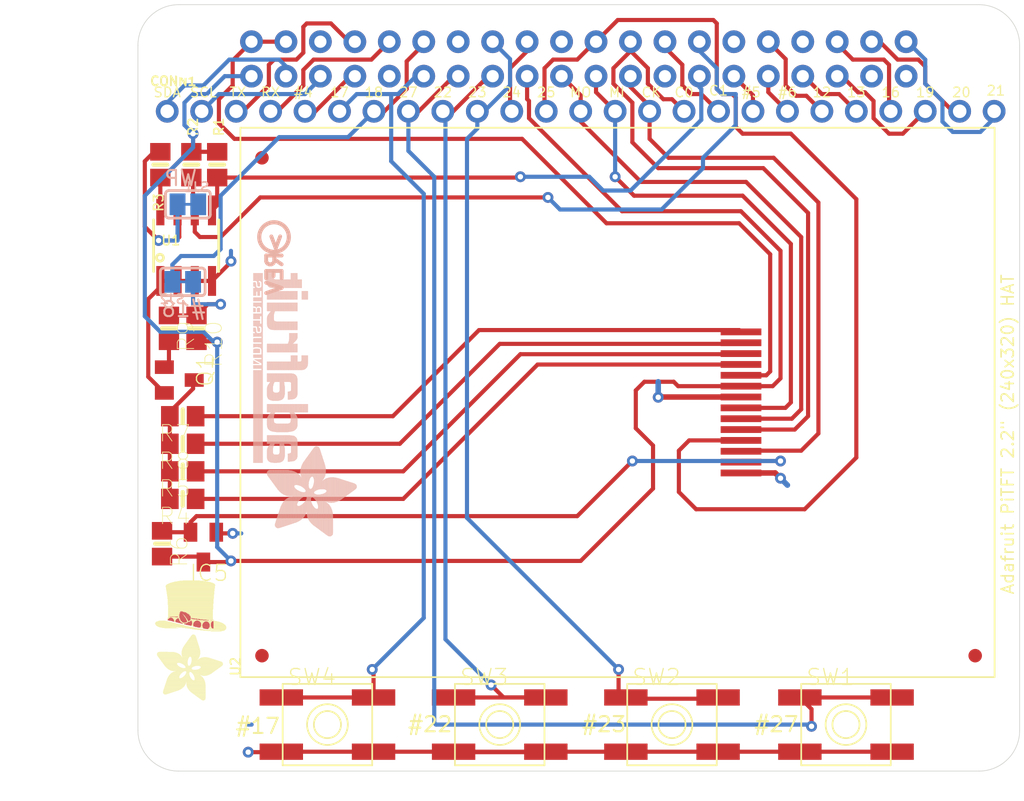
<source format=kicad_pcb>
(kicad_pcb (version 20211014) (generator pcbnew)
  (layers (0 "F.Cu" signal) (31 "B.Cu" signal) (34 "B.Paste" user) (35 "F.Paste" user) (36 "B.SilkS" user "B.Silkscreen") (37 "F.SilkS" user "F.Silkscreen") (38 "B.Mask" user) (39 "F.Mask" user) (44 "Edge.Cuts" user))
  (net 0 "")
  (net 1 "5.0V")
  (net 2 "GPIO4")
  (net 3 "GPIO17")
  (net 4 "GPIO27")
  (net 5 "GPIO22")
  (net 6 "SPI_MOSI")
  (net 7 "SPI_MISO")
  (net 8 "SPI_SCLK")
  (net 9 "GPIO5")
  (net 10 "GPIO6")
  (net 11 "GPIO13")
  (net 12 "GPIO19")
  (net 13 "GPIO26")
  (net 14 "3.3V")
  (net 15 "GND")
  (net 16 "GPIO18")
  (net 17 "GPIO24")
  (net 18 "SPI_CE0")
  (net 19 "EECLK")
  (net 20 "GPIO16")
  (net 21 "GPIO20")
  (net 22 "GPIO21")
  (net 23 "GPIO23")
  (net 24 "EEDATA")
  (net 25 "GPIO12")
  (net 26 "N$16")
  (net 27 "TFT_DC")
  (net 28 "TFT_RST")
  (net 29 "N$1")
  (net 30 "N$2")
  (net 31 "N$3")
  (net 32 "N$4")
  (net 33 "N$5")
  (net 34 "N$6")
  (net 35 "N$8")
  (net 36 "SDA")
  (net 37 "SCL")
  (net 38 "TXD")
  (net 39 "RXD")
  (net 40 "SPI_CE1")
  (footprint "boardEagle:PIHATLOGO" (layer "F.Cu") (at 117.2711 122.9666)
    (fp_text reference "U$4" hide)
    (fp_text value "" hide)
  )
  (footprint "boardEagle:0805-NO" (layer "F.Cu") (at 119.9381 88.5496 90)
    (fp_text reference "R2")
    (fp_text value "3.9K")
  )
  (footprint "boardEagle:0805-NO" (layer "F.Cu") (at 119.3031 109.1236 180)
    (fp_text reference "R8")
    (fp_text value "100")
  )
  (footprint "boardEagle:EVQ-Q2" (layer "F.Cu") (at 142.6711 129.8246)
    (fp_text reference "SW3")
    (fp_text value "SPST_TACT-EVQQ2")
  )
  (footprint "boardEagle:1X25_ROUND_70MIL" (layer "F.Cu") (at 148.6401 84.6126)
    (fp_text reference "CONN1")
    (fp_text value "HEADER-1X25")
  )
  (footprint "boardEagle:EVQ-Q2" (layer "F.Cu") (at 155.3711 129.8246)
    (fp_text reference "SW2")
    (fp_text value "SPST_TACT-EVQQ2")
  )
  (footprint "boardEagle:0805-NO" (layer "F.Cu") (at 117.7791 116.4896 -90)
    (fp_text reference "R6")
    (fp_text value "10K")
  )
  (footprint "boardEagle:SOT23" (layer "F.Cu") (at 120.8271 116.7436 180)
    (fp_text reference "IC5")
    (fp_text value "AXP803")
  )
  (footprint "boardEagle:SOT23-BEC" (layer "F.Cu") (at 119.0491 104.4246 -90)
    (fp_text reference "Q1")
    (fp_text value "MMBT2222")
  )
  (footprint "boardEagle:FIDUCIAL_1MM" (layer "F.Cu") (at 177.7231 124.7446)
    (fp_text reference "FID3" hide)
    (fp_text value "FIDUCIAL\"\"" hide)
  )
  (footprint "boardEagle:0805-NO" (layer "F.Cu") (at 119.3031 113.1876 180)
    (fp_text reference "R4")
    (fp_text value "100")
  )
  (footprint "boardEagle:0805-NO" (layer "F.Cu") (at 121.8431 88.5496 90)
    (fp_text reference "R1")
    (fp_text value "3.9K")
  )
  (footprint "boardEagle:0805-NO" (layer "F.Cu") (at 120.3191 100.6146 -90)
    (fp_text reference "R10")
    (fp_text value "1K")
  )
  (footprint "boardEagle:TM022HDH26_2.2IN_LCD" (layer "F.Cu") (at 149.2751 106.0756 90)
    (fp_text reference "U2")
    (fp_text value "2.2TFT")
  )
  (footprint "boardEagle:0805-NO" (layer "F.Cu") (at 119.3031 107.0916 180)
    (fp_text reference "R7")
    (fp_text value "100")
  )
  (footprint "boardEagle:ADAFRUIT_5MM" (layer "F.Cu") (at 117.3981 128.0466)
    (fp_text reference "U$1" hide)
    (fp_text value "" hide)
  )
  (footprint "boardEagle:0805-NO" (layer "F.Cu") (at 117.6521 88.5496 -90)
    (fp_text reference "R3")
    (fp_text value "3.9K")
  )
  (footprint "boardEagle:SOIC8_150MIL" (layer "F.Cu") (at 119.5571 94.5186)
    (fp_text reference "U1")
    (fp_text value "CAT24C32")
  )
  (footprint "boardEagle:EVQ-Q2" (layer "F.Cu") (at 129.9711 129.8246)
    (fp_text reference "SW4")
    (fp_text value "SPST_TACT-EVQQ2")
  )
  (footprint "boardEagle:FIDUCIAL_1MM" (layer "F.Cu") (at 125.1451 124.7446)
    (fp_text reference "FID1" hide)
    (fp_text value "FIDUCIAL\"\"" hide)
  )
  (footprint "boardEagle:PI_HAT_NOSLOTS" (layer "F.Cu") (at 116.0011 133.2536)
    (fp_text reference "RPI1" hide)
    (fp_text value "RASPBERRYPI_BPLUS_HATNOSLOTS" hide)
    (fp_line (start 3 0) (end 62 0) (layer "Edge.Cuts") (width 0.05))
    (fp_line (start 65 -3) (end 65 -53.5) (layer "Edge.Cuts") (width 0.05))
    (fp_line (start 62 -56.5) (end 3 -56.5) (layer "Edge.Cuts") (width 0.05))
    (fp_line (start 0 -53.5) (end 0 -3) (layer "Edge.Cuts") (width 0.05))
    (fp_arc (start 3 0) (mid 0.87868 -0.87868) (end 0 -3) (layer "Edge.Cuts") (width 0.05))
    (fp_arc (start 62 -56.5) (mid 64.12132 -55.62132) (end 65 -53.5) (layer "Edge.Cuts") (width 0.05))
    (fp_arc (start 0 -53.5) (mid 0.87868 -55.62132) (end 3 -56.5) (layer "Edge.Cuts") (width 0.05))
    (fp_arc (start 65 -3) (mid 64.12132 -0.87868) (end 62 0) (layer "Edge.Cuts") (width 0.05))
  )
  (footprint "boardEagle:0805-NO" (layer "F.Cu") (at 119.3031 111.1556 180)
    (fp_text reference "R5")
    (fp_text value "100")
  )
  (footprint "boardEagle:FIDUCIAL_1MM" (layer "F.Cu") (at 125.1451 88.0416)
    (fp_text reference "FID2" hide)
    (fp_text value "FIDUCIAL\"\"" hide)
  )
  (footprint "boardEagle:0805-NO" (layer "F.Cu") (at 118.2871 100.6146 -90)
    (fp_text reference "R9")
    (fp_text value "1K")
  )
  (footprint "boardEagle:EVQ-Q2" (layer "F.Cu") (at 168.1981 129.8246)
    (fp_text reference "SW1")
    (fp_text value "SPST_TACT-EVQQ2")
  )
  (footprint "boardEagle:SOLDERJUMPER_CLOSEDWIRE" (layer "B.Cu") (at 119.6841 91.4706 180)
    (fp_text reference "SJ1")
    (fp_text value "WP")
  )
  (footprint "boardEagle:SOLDERJUMPER_CLOSEDWIRE" (layer "B.Cu") (at 119.3031 97.1856)
    (fp_text reference "SJ2")
    (fp_text value "BACKLITE")
  )
  (footprint "boardEagle:PCBFEAT-REV-056" (layer "B.Cu") (at 126.0341 93.8836 -90)
    (fp_text reference "U$12" hide)
    (fp_text value "" hide)
  )
  (footprint "boardEagle:ADAFRUIT_TEXT_20MM" (layer "B.Cu") (at 124.5101 116.1086 90)
    (fp_text reference "U$3" hide)
    (fp_text value "" hide)
  )
  (gr_text "#18" (at 121.0811 99.8526) (layer "B.SilkS") (effects (font (size 1.1176 1.1176) (thickness 0.1524)) (justify left bottom mirror)))
  (gr_text "WP" (at 120.4461 90.2006) (layer "B.SilkS") (effects (font (size 1.1176 1.1176) (thickness 0.1524)) (justify left bottom mirror)))
  (gr_text "MI" (at 151.3071 83.2156) (layer "F.SilkS") (effects (font (size 0.715264 0.715264) (thickness 0.097536))))
  (gr_text "RX" (at 125.7801 83.2156) (layer "F.SilkS") (effects (font (size 0.715264 0.715264) (thickness 0.097536))))
  (gr_text "TX" (at 123.3671 83.2156) (layer "F.SilkS") (effects (font (size 0.715264 0.715264) (thickness 0.097536))))
  (gr_text "21" (at 179.2471 83.0886) (layer "F.SilkS") (effects (font (size 0.715264 0.715264) (thickness 0.097536))))
  (gr_text "24" (at 143.5601 83.2156) (layer "F.SilkS") (effects (font (size 0.715264 0.715264) (thickness 0.097536))))
  (gr_text "CK" (at 153.8471 83.2156) (layer "F.SilkS") (effects (font (size 0.715264 0.715264) (thickness 0.097536))))
  (gr_text "#23" (at 148.6401 130.4596) (layer "F.SilkS") (effects (font (size 1.1176 1.1176) (thickness 0.1524)) (justify left bottom)))
  (gr_text "19" (at 174.0401 83.2156) (layer "F.SilkS") (effects (font (size 0.715264 0.715264) (thickness 0.097536))))
  (gr_text "12" (at 166.4201 83.2156) (layer "F.SilkS") (effects (font (size 0.715264 0.715264) (thickness 0.097536))))
  (gr_text "17" (at 130.8601 83.2156) (layer "F.SilkS") (effects (font (size 0.715264 0.715264) (thickness 0.097536))))
  (gr_text "C0" (at 156.2601 83.2156) (layer "F.SilkS") (effects (font (size 0.715264 0.715264) (thickness 0.097536))))
  (gr_text "22" (at 138.4801 83.2156) (layer "F.SilkS") (effects (font (size 0.715264 0.715264) (thickness 0.097536))))
  (gr_text "#4" (at 128.1931 83.2156) (layer "F.SilkS") (effects (font (size 0.715264 0.715264) (thickness 0.097536))))
  (gr_text "#17" (at 123.1131 130.5866) (layer "F.SilkS") (effects (font (size 1.1176 1.1176) (thickness 0.1524)) (justify left bottom)))
  (gr_text "27" (at 135.9401 83.2156) (layer "F.SilkS") (effects (font (size 0.715264 0.715264) (thickness 0.097536))))
  (gr_text "16" (at 171.5001 83.2156) (layer "F.SilkS") (effects (font (size 0.715264 0.715264) (thickness 0.097536))))
  (gr_text "20" (at 176.7071 83.2156) (layer "F.SilkS") (effects (font (size 0.715264 0.715264) (thickness 0.097536))))
  (gr_text "C1" (at 158.8001 83.0886) (layer "F.SilkS") (effects (font (size 0.715264 0.715264) (thickness 0.097536))))
  (gr_text "MO" (at 148.6401 83.2156) (layer "F.SilkS") (effects (font (size 0.715264 0.715264) (thickness 0.097536))))
  (gr_text "#22" (at 135.8131 130.4596) (layer "F.SilkS") (effects (font (size 1.1176 1.1176) (thickness 0.1524)) (justify left bottom)))
  (gr_text "SCL" (at 120.8271 83.2156) (layer "F.SilkS") (effects (font (size 0.715264 0.715264) (thickness 0.097536))))
  (gr_text "23" (at 141.0201 83.2156) (layer "F.SilkS") (effects (font (size 0.715264 0.715264) (thickness 0.097536))))
  (gr_text "25" (at 146.1001 83.2156) (layer "F.SilkS") (effects (font (size 0.715264 0.715264) (thickness 0.097536))))
  (gr_text "13" (at 168.9601 83.2156) (layer "F.SilkS") (effects (font (size 0.715264 0.715264) (thickness 0.097536))))
  (gr_text "#27" (at 161.3401 130.4596) (layer "F.SilkS") (effects (font (size 1.1176 1.1176) (thickness 0.1524)) (justify left bottom)))
  (gr_text "#5" (at 161.2131 83.2156) (layer "F.SilkS") (effects (font (size 0.715264 0.715264) (thickness 0.097536))))
  (gr_text "#6" (at 163.8801 83.2156) (layer "F.SilkS") (effects (font (size 0.715264 0.715264) (thickness 0.097536))))
  (gr_text "18" (at 133.4001 83.2156) (layer "F.SilkS") (effects (font (size 0.715264 0.715264) (thickness 0.097536))))
  (gr_text "SDA" (at 118.1601 83.2156) (layer "F.SilkS") (effects (font (size 0.715264 0.715264) (thickness 0.097536))))
  (gr_text "Adafruit PiTFT 2.2\" (240x320) HAT" (at 180.6441 120.2996 90) (layer "F.SilkS") (effects (font (size 0.89408 0.89408) (thickness 0.12192)) (justify left bottom)))
  (segment (start 124.3711 79.4836) (end 122.9861 80.8686) (width 0.3048) (layer "F.Cu") (net 1))
  (segment (start 123.1131 86.6446) (end 144.3221 86.6446) (width 0.3048) (layer "F.Cu") (net 1))
  (segment (start 144.3221 86.6446) (end 150.5451 92.8676) (width 0.3048) (layer "F.Cu") (net 1))
  (segment (start 122.9861 80.8686) (end 122.9861 82.7076) (width 0.3048) (layer "F.Cu") (net 1))
  (segment (start 126.9111 79.4836) (end 124.3711 79.4836) (width 0.3048) (layer "F.Cu") (net 1))
  (segment (start 121.9701 85.5016) (end 123.1131 86.6446) (width 0.3048) (layer "F.Cu") (net 1))
  (segment (start 160.4591 104.0756) (end 162.3241 104.0756) (width 0.3048) (layer "F.Cu") (net 1))
  (segment (start 160.3241 92.8676) (end 150.5451 92.8676) (width 0.3048) (layer "F.Cu") (net 1))
  (segment (start 122.9861 82.7076) (end 121.9701 83.7236) (width 0.3048) (layer "F.Cu") (net 1))
  (segment (start 162.3241 104.0756) (end 162.6101 103.7896) (width 0.3048) (layer "F.Cu") (net 1))
  (segment (start 162.6101 103.7896) (end 162.6101 95.1536) (width 0.3048) (layer "F.Cu") (net 1))
  (segment (start 162.6101 95.1536) (end 160.3241 92.8676) (width 0.3048) (layer "F.Cu") (net 1))
  (segment (start 121.9701 83.7236) (end 121.9701 85.5016) (width 0.3048) (layer "F.Cu") (net 1))
  (segment (start 128.3201 84.6126) (end 129.0821 84.6126) (width 0.3048) (layer "F.Cu") (net 2))
  (segment (start 129.0821 84.6126) (end 131.6711 82.0236) (width 0.3048) (layer "F.Cu") (net 2))
  (segment (start 131.6711 82.0236) (end 131.9911 82.0236) (width 0.3048) (layer "F.Cu") (net 2))
  (segment (start 133.3711 127.8246) (end 133.3711 125.8586) (width 0.3048) (layer "F.Cu") (net 3))
  (segment (start 126.5711 127.8246) (end 133.3711 127.8246) (width 0.3048) (layer "F.Cu") (net 3))
  (segment (start 133.3711 125.8586) (end 133.2731 125.7606) (width 0.3048) (layer "F.Cu") (net 3))
  (via (at 133.2731 125.7606) (size 0.8001) (drill 0.3937) (layers "F.Cu" "B.Cu") (net 3))
  (segment (start 135.1781 83.3426) (end 136.4971 82.0236) (width 0.3048) (layer "B.Cu") (net 3))
  (segment (start 134.6701 88.2956) (end 134.6701 83.3426) (width 0.3048) (layer "B.Cu") (net 3))
  (segment (start 132.1301 83.3426) (end 134.6701 83.3426) (width 0.3048) (layer "B.Cu") (net 3))
  (segment (start 133.2731 125.7606) (end 137.0711 121.9626) (width 0.3048) (layer "B.Cu") (net 3))
  (segment (start 137.0711 121.9626) (end 137.0711 90.6966) (width 0.3048) (layer "B.Cu") (net 3))
  (segment (start 136.4971 82.0236) (end 137.0711 82.0236) (width 0.3048) (layer "B.Cu") (net 3))
  (segment (start 134.6701 83.3426) (end 135.1781 83.3426) (width 0.3048) (layer "B.Cu") (net 3))
  (segment (start 130.8601 84.6126) (end 132.1301 83.3426) (width 0.3048) (layer "B.Cu") (net 3))
  (segment (start 137.0711 90.6966) (end 134.6701 88.2956) (width 0.3048) (layer "B.Cu") (net 3))
  (segment (start 136.7021 84.6126) (end 138.8611 82.4536) (width 0.3048) (layer "F.Cu") (net 4))
  (segment (start 165.6581 128.6846) (end 165.6581 129.9516) (width 0.3048) (layer "F.Cu") (net 4))
  (segment (start 138.8611 82.4536) (end 139.1811 82.4536) (width 0.3048) (layer "F.Cu") (net 4))
  (segment (start 164.7981 127.8246) (end 165.6581 128.6846) (width 0.3048) (layer "F.Cu") (net 4))
  (segment (start 171.5981 127.8246) (end 164.7981 127.8246) (width 0.3048) (layer "F.Cu") (net 4))
  (segment (start 139.1811 82.4536) (end 139.6111 82.0236) (width 0.3048) (layer "F.Cu") (net 4))
  (segment (start 135.9401 84.6126) (end 136.7021 84.6126) (width 0.3048) (layer "F.Cu") (net 4))
  (via (at 165.6581 129.9516) (size 0.8001) (drill 0.3937) (layers "F.Cu" "B.Cu") (net 4))
  (segment (start 135.9401 87.5336) (end 135.9401 84.6126) (width 0.3048) (layer "B.Cu") (net 4))
  (segment (start 165.5311 129.8246) (end 137.9721 129.8246) (width 0.3048) (layer "B.Cu") (net 4))
  (segment (start 137.8451 129.6976) (end 137.8451 89.4386) (width 0.3048) (layer "B.Cu") (net 4))
  (segment (start 137.8451 89.4386) (end 135.9401 87.5336) (width 0.3048) (layer "B.Cu") (net 4))
  (segment (start 165.6581 129.9516) (end 165.5311 129.8246) (width 0.3048) (layer "B.Cu") (net 4))
  (segment (start 137.9721 129.8246) (end 137.8451 129.6976) (width 0.3048) (layer "B.Cu") (net 4))
  (segment (start 139.2421 84.6126) (end 141.4011 82.4536) (width 0.3048) (layer "F.Cu") (net 5))
  (segment (start 138.4801 84.6126) (end 139.2421 84.6126) (width 0.3048) (layer "F.Cu") (net 5))
  (segment (start 141.4011 82.4536) (end 141.7211 82.4536) (width 0.3048) (layer "F.Cu") (net 5))
  (segment (start 146.0711 127.8246) (end 142.9571 127.8246) (width 0.3048) (layer "F.Cu") (net 5))
  (segment (start 142.9571 127.8246) (end 142.0361 126.9036) (width 0.3048) (layer "F.Cu") (net 5))
  (segment (start 139.2711 127.8246) (end 146.0711 127.8246) (width 0.3048) (layer "F.Cu") (net 5))
  (segment (start 141.7211 82.4536) (end 142.1511 82.0236) (width 0.3048) (layer "F.Cu") (net 5))
  (via (at 142.0361 126.9036) (size 0.8001) (drill 0.3937) (layers "F.Cu" "B.Cu") (net 5))
  (segment (start 142.0361 126.9036) (end 138.6706 123.5381) (width 0.3048) (layer "B.Cu") (net 5))
  (segment (start 138.6706 84.6126) (end 138.4801 84.6126) (width 0.3048) (layer "B.Cu") (net 5))
  (segment (start 138.6706 123.5381) (end 138.6706 84.6126) (width 0.3048) (layer "B.Cu") (net 5))
  (segment (start 164.2041 107.2756) (end 164.8961 106.5836) (width 0.3048) (layer "F.Cu") (net 6))
  (segment (start 164.8961 106.5836) (end 164.8961 93.8836) (width 0.3048) (layer "F.Cu") (net 6))
  (segment (start 153.0851 89.8196) (end 148.6401 85.3746) (width 0.3048) (layer "F.Cu") (net 6))
  (segment (start 148.6401 83.4326) (end 148.6401 84.6126) (width 0.3048) (layer "F.Cu") (net 6))
  (segment (start 148.6401 85.3746) (end 148.6401 84.6126) (width 0.3048) (layer "F.Cu") (net 6))
  (segment (start 160.8321 89.8196) (end 153.0851 89.8196) (width 0.3048) (layer "F.Cu") (net 6))
  (segment (start 164.8961 93.8836) (end 160.8321 89.8196) (width 0.3048) (layer "F.Cu") (net 6))
  (segment (start 147.2311 82.0236) (end 148.6401 83.4326) (width 0.3048) (layer "F.Cu") (net 6))
  (segment (start 160.4591 107.2756) (end 164.2041 107.2756) (width 0.3048) (layer "F.Cu") (net 6))
  (segment (start 160.5781 90.8356) (end 152.5771 90.8356) (width 0.3048) (layer "F.Cu") (net 7))
  (segment (start 160.4591 106.4756) (end 163.7341 106.4756) (width 0.3048) (layer "F.Cu") (net 7))
  (segment (start 149.7711 82.0236) (end 149.7711 83.2036) (width 0.3048) (layer "F.Cu") (net 7))
  (segment (start 149.7711 83.2036) (end 151.1801 84.6126) (width 0.3048) (layer "F.Cu") (net 7))
  (segment (start 163.7341 106.4756) (end 164.1341 106.0756) (width 0.3048) (layer "F.Cu") (net 7))
  (segment (start 152.5771 90.8356) (end 151.1801 89.4386) (width 0.3048) (layer "F.Cu") (net 7))
  (segment (start 164.1341 106.0756) (end 164.1341 94.3916) (width 0.3048) (layer "F.Cu") (net 7))
  (segment (start 164.1341 94.3916) (end 160.5781 90.8356) (width 0.3048) (layer "F.Cu") (net 7))
  (via (at 151.1801 89.4386) (size 0.8001) (drill 0.3937) (layers "F.Cu" "B.Cu") (net 7))
  (segment (start 151.1801 89.4386) (end 151.1801 84.6126) (width 0.3048) (layer "B.Cu") (net 7))
  (segment (start 152.3111 82.0236) (end 152.3111 82.8226) (width 0.3048) (layer "F.Cu") (net 8))
  (segment (start 166.1661 108.3616) (end 164.8961 109.6316) (width 0.3048) (layer "F.Cu") (net 8))
  (segment (start 162.8641 88.0416) (end 155.1171 88.0416) (width 0.3048) (layer "F.Cu") (net 8))
  (segment (start 153.7201 86.6446) (end 153.7201 84.6126) (width 0.3048) (layer "F.Cu") (net 8))
  (segment (start 155.1171 88.0416) (end 153.7201 86.6446) (width 0.3048) (layer "F.Cu") (net 8))
  (segment (start 153.7201 84.2316) (end 153.7201 84.6126) (width 0.3048) (layer "F.Cu") (net 8))
  (segment (start 164.8961 109.6316) (end 160.5031 109.6316) (width 0.3048) (layer "F.Cu") (net 8))
  (segment (start 166.1661 108.3616) (end 166.1661 91.3436) (width 0.3048) (layer "F.Cu") (net 8))
  (segment (start 160.5031 109.6316) (end 160.4591 109.6756) (width 0.3048) (layer "F.Cu") (net 8))
  (segment (start 152.3111 82.8226) (end 153.7201 84.2316) (width 0.3048) (layer "F.Cu") (net 8))
  (segment (start 166.1661 91.3436) (end 162.8641 88.0416) (width 0.3048) (layer "F.Cu") (net 8))
  (segment (start 161.3401 84.6126) (end 161.3401 83.4326) (width 0.3048) (layer "F.Cu") (net 9))
  (segment (start 161.3401 83.4326) (end 159.9311 82.0236) (width 0.3048) (layer "F.Cu") (net 9))
  (segment (start 162.4711 83.2036) (end 163.8801 84.6126) (width 0.3048) (layer "F.Cu") (net 10))
  (segment (start 162.4711 82.0236) (end 162.4711 83.2036) (width 0.3048) (layer "F.Cu") (net 10))
  (segment (start 168.9601 84.6126) (end 167.6901 83.3426) (width 0.3048) (layer "F.Cu") (net 11))
  (segment (start 166.4201 83.3426) (end 165.1011 82.0236) (width 0.3048) (layer "F.Cu") (net 11))
  (segment (start 165.1011 82.0236) (end 165.0111 82.0236) (width 0.3048) (layer "F.Cu") (net 11))
  (segment (start 167.6901 83.3426) (end 166.4201 83.3426) (width 0.3048) (layer "F.Cu") (net 11))
  (segment (start 174.0401 84.6126) (end 172.3891 86.2636) (width 0.3048) (layer "F.Cu") (net 12))
  (segment (start 170.2301 83.8506) (end 169.5951 83.2156) (width 0.3048) (layer "F.Cu") (net 12))
  (segment (start 169.5951 83.2156) (end 169.0871 83.2156) (width 0.3048) (layer "F.Cu") (net 12))
  (segment (start 167.8951 82.0236) (end 167.5511 82.0236) (width 0.3048) (layer "F.Cu") (net 12))
  (segment (start 170.2301 85.1206) (end 170.2301 83.8506) (width 0.3048) (layer "F.Cu") (net 12))
  (segment (start 171.3731 86.2636) (end 170.2301 85.1206) (width 0.3048) (layer "F.Cu") (net 12))
  (segment (start 172.3891 86.2636) (end 171.3731 86.2636) (width 0.3048) (layer "F.Cu") (net 12))
  (segment (start 169.0871 83.2156) (end 167.8951 82.0236) (width 0.3048) (layer "F.Cu") (net 12))
  (segment (start 119.8771 88.0416) (end 119.8771 87.5996) (width 0.3048) (layer "F.Cu") (net 14))
  (segment (start 155.4981 104.5516) (end 153.3391 104.5516) (width 0.3048) (layer "F.Cu") (net 14))
  (segment (start 155.8221 104.8756) (end 155.4981 104.5516) (width 0.3048) (layer "F.Cu") (net 14))
  (segment (start 122.7751 117.8436) (end 122.8591 117.7596) (width 0.3048) (layer "F.Cu") (net 14))
  (segment (start 160.4591 104.8756) (end 162.7941 104.8756) (width 0.3048) (layer "F.Cu") (net 14))
  (segment (start 144.8301 83.8506) (end 144.6911 83.7116) (width 0.3048) (layer "F.Cu") (net 14))
  (segment (start 153.9741 112.4256) (end 148.6401 117.7596) (width 0.3048) (layer "F.Cu") (net 14))
  (segment (start 148.6401 117.7596) (end 122.8591 117.7596) (width 0.3048) (layer "F.Cu") (net 14))
  (segment (start 119.3031 88.0416) (end 119.8771 88.0416) (width 0.3048) (layer "F.Cu") (net 14))
  (segment (start 144.8301 85.1206) (end 144.8301 83.8506) (width 0.3048) (layer "F.Cu") (net 14))
  (segment (start 120.4231 117.4396) (end 117.7791 117.4396) (width 0.3048) (layer "F.Cu") (net 14))
  (segment (start 162.7941 104.8756) (end 163.3721 104.2976) (width 0.3048) (layer "F.Cu") (net 14))
  (segment (start 120.0651 86.2636) (end 120.0651 87.2796) (width 0.3048) (layer "F.Cu") (net 14))
  (segment (start 121.8431 101.6306) (end 121.7771 101.5646) (width 0.3048) (layer "F.Cu") (net 14))
  (segment (start 119.9381 87.5996) (end 121.8431 87.5996) (width 0.3048) (layer "F.Cu") (net 14))
  (segment (start 163.3721 104.2976) (end 163.3721 94.8996) (width 0.3048) (layer "F.Cu") (net 14))
  (segment (start 163.3721 94.8996) (end 160.4511 91.9786) (width 0.3048) (layer "F.Cu") (net 14))
  (segment (start 153.3391 104.5516) (end 152.7041 105.1866) (width 0.3048) (layer "F.Cu") (net 14))
  (segment (start 117.6521 91.9186) (end 117.6521 89.4996) (width 0.3048) (layer "F.Cu") (net 14))
  (segment (start 120.8271 117.8436) (end 122.7751 117.8436) (width 0.3048) (layer "F.Cu") (net 14))
  (segment (start 117.6521 89.4996) (end 117.8451 89.4996) (width 0.3048) (layer "F.Cu") (net 14))
  (segment (start 160.4591 104.8756) (end 155.8221 104.8756) (width 0.3048) (layer "F.Cu") (net 14))
  (segment (start 152.7041 107.9806) (end 153.9741 109.2506) (width 0.3048) (layer "F.Cu") (net 14))
  (segment (start 117.8451 89.4996) (end 119.3031 88.0416) (width 0.3048) (layer "F.Cu") (net 14))
  (segment (start 120.0651 87.2796) (end 119.9381 87.4066) (width 0.3048) (layer "F.Cu") (net 14))
  (segment (start 153.9741 109.2506) (end 153.9741 112.4256) (width 0.3048) (layer "F.Cu") (net 14))
  (segment (start 120.8271 117.8436) (end 120.4231 117.4396) (width 0.3048) (layer "F.Cu") (net 14))
  (segment (start 144.6911 83.7116) (end 144.6911 82.0236) (width 0.3048) (layer "F.Cu") (net 14))
  (segment (start 152.7041 105.1866) (end 152.7041 107.9806) (width 0.3048) (layer "F.Cu") (net 14))
  (segment (start 119.8771 87.5996) (end 119.9381 87.5996) (width 0.3048) (layer "F.Cu") (net 14))
  (segment (start 160.4511 91.9786) (end 151.6881 91.9786) (width 0.3048) (layer "F.Cu") (net 14))
  (segment (start 121.7771 101.5646) (end 120.3191 101.5646) (width 0.3048) (layer "F.Cu") (net 14))
  (segment (start 119.9381 87.4066) (end 119.9381 87.5996) (width 0.3048) (layer "F.Cu") (net 14))
  (segment (start 151.6881 91.9786) (end 144.8301 85.1206) (width 0.3048) (layer "F.Cu") (net 14))
  (via (at 121.8431 101.6306) (size 0.8001) (drill 0.3937) (layers "F.Cu" "B.Cu") (net 14))
  (via (at 122.8591 117.7596) (size 0.8001) (drill 0.3937) (layers "F.Cu" "B.Cu") (net 14))
  (via (at 120.0651 86.2636) (size 0.8001) (drill 0.3937) (layers "F.Cu" "B.Cu") (net 14))
  (segment (start 116.5091 90.8356) (end 120.0651 87.2796) (width 0.3048) (layer "B.Cu") (net 14))
  (segment (start 116.5091 99.7256) (end 116.5091 90.8356) (width 0.3048) (layer "B.Cu") (net 14))
  (segment (start 119.4301 83.9776) (end 119.4301 85.6286) (width 0.3048) (layer "B.Cu") (net 14))
  (segment (start 121.8431 116.7436) (end 121.8431 101.8846) (width 0.3048) (layer "B.Cu") (net 14))
  (segment (start 117.6521 100.8686) (end 116.5091 99.7256) (width 0.3048) (layer "B.Cu") (net 14))
  (segment (start 122.4001 82.0236) (end 124.3711 82.0236) (width 0.3048) (layer "B.Cu") (net 14))
  (segment (start 120.0651 83.3426) (end 121.0811 83.3426) (width 0.3048) (layer "B.Cu") (net 14))
  (segment (start 119.4301 83.9776) (end 120.0651 83.3426) (width 0.3048) (layer "B.Cu") (net 14))
  (segment (start 120.0651 87.2796) (end 120.0651 86.2636) (width 0.3048) (layer "B.Cu") (net 14))
  (segment (start 121.0811 83.3426) (end 122.4001 82.0236) (width 0.3048) (layer "B.Cu") (net 14))
  (segment (start 120.8271 100.8686) (end 117.6521 100.8686) (width 0.3048) (layer "B.Cu") (net 14))
  (segment (start 122.8591 117.7596) (end 121.8431 116.7436) (width 0.3048) (layer "B.Cu") (net 14))
  (segment (start 119.4301 85.6286) (end 120.0651 86.2636) (width 0.3048) (layer "B.Cu") (net 14))
  (segment (start 121.8431 101.8846) (end 121.8431 101.6306) (width 0.3048) (layer "B.Cu") (net 14))
  (segment (start 121.8431 101.8846) (end 120.8271 100.8686) (width 0.3048) (layer "B.Cu") (net 14))
  (segment (start 164.7981 131.8246) (end 171.5981 131.8246) (width 0.3048) (layer "F.Cu") (net 15))
  (segment (start 133.3711 131.8246) (end 139.2711 131.8246) (width 0.3048) (layer "F.Cu") (net 15))
  (segment (start 146.7351 131.8566) (end 146.7671 131.8246) (width 0.3048) (layer "F.Cu") (net 15))
  (segment (start 160.4591 111.2756) (end 162.9841 111.2756) (width 0.4064) (layer "F.Cu") (net 15))
  (segment (start 117.6521 97.1186) (end 118.9221 97.1186) (width 0.3048) (layer "F.Cu") (net 15))
  (segment (start 116.7631 104.1886) (end 116.7631 98.4556) (width 0.3048) (layer "F.Cu") (net 15))
  (segment (start 120.1921 97.1186) (end 121.4621 97.1186) (width 0.3048) (layer "F.Cu") (net 15))
  (segment (start 139.3031 131.8566) (end 146.7351 131.8566) (width 0.3048) (layer "F.Cu") (net 15))
  (segment (start 121.4621 97.1186) (end 122.8591 95.7216) (width 0.3048) (layer "F.Cu") (net 15))
  (segment (start 146.7671 131.8246) (end 151.9711 131.8246) (width 0.3048) (layer "F.Cu") (net 15))
  (segment (start 121.8611 115.7276) (end 122.9861 115.7276) (width 0.3048) (layer "F.Cu") (net 15))
  (segment (start 116.7631 98.4556) (end 117.6521 97.5666) (width 0.3048) (layer "F.Cu") (net 15))
  (segment (start 117.6521 97.5666) (end 117.6521 97.1186) (width 0.3048) (layer "F.Cu") (net 15))
  (segment (start 162.9841 111.2756) (end 163.3721 111.6636) (width 0.4064) (layer "F.Cu") (net 15))
  (segment (start 160.4591 105.6756) (end 154.3741 105.6756) (width 0.4064) (layer "F.Cu") (net 15))
  (segment (start 118.9221 97.1186) (end 120.1921 97.1186) (width 0.3048) (layer "F.Cu") (net 15))
  (segment (start 126.5711 131.8246) (end 133.3711 131.8246) (width 0.3048) (layer "F.Cu") (net 15))
  (segment (start 139.2711 131.8246) (end 146.0711 131.8246) (width 0.3048) (layer "F.Cu") (net 15))
  (segment (start 154.3741 105.6756) (end 154.3551 105.6946) (width 0.4064) (layer "F.Cu") (net 15))
  (segment (start 139.2711 131.8246) (end 139.3031 131.8566) (width 0.3048) (layer "F.Cu") (net 15))
  (segment (start 158.7711 131.8246) (end 164.7981 131.8246) (width 0.3048) (layer "F.Cu") (net 15))
  (segment (start 126.5711 131.8246) (end 126.5391 131.8566) (width 0.3048) (layer "F.Cu") (net 15))
  (segment (start 117.9491 105.3746) (end 116.7631 104.1886) (width 0.3048) (layer "F.Cu") (net 15))
  (segment (start 151.9711 131.8246) (end 158.7711 131.8246) (width 0.3048) (layer "F.Cu") (net 15))
  (segment (start 122.8591 95.7216) (end 122.8591 95.6616) (width 0.3048) (layer "F.Cu") (net 15))
  (segment (start 121.7771 115.6436) (end 121.8611 115.7276) (width 0.3048) (layer "F.Cu") (net 15))
  (segment (start 126.5391 131.8566) (end 124.1291 131.8566) (width 0.3048) (layer "F.Cu") (net 15))
  (via (at 163.3721 111.6636) (size 0.8001) (drill 0.3937) (layers "F.Cu" "B.Cu") (net 15))
  (via (at 122.9861 115.7276) (size 0.8001) (drill 0.3937) (layers "F.Cu" "B.Cu") (net 15))
  (via (at 124.1291 131.8566) (size 0.8001) (drill 0.3937) (layers "F.Cu" "B.Cu") (net 15))
  (via (at 122.8591 95.6616) (size 0.8001) (drill 0.3937) (layers "F.Cu" "B.Cu") (net 15))
  (via (at 154.3551 105.6946) (size 0.8001) (drill 0.3937) (layers "F.Cu" "B.Cu") (net 15))
  (segment (start 124.3831 129.8246) (end 124.1291 129.8246) (width 0.3048) (layer "B.Cu") (net 15))
  (segment (start 163.3721 111.6636) (end 163.8801 112.1716) (width 0.4064) (layer "B.Cu") (net 15))
  (segment (start 122.9861 115.7276) (end 123.6211 115.7276) (width 0.3048) (layer "B.Cu") (net 15))
  (segment (start 122.8591 95.6616) (end 122.8591 94.8996) (width 0.3048) (layer "B.Cu") (net 15))
  (segment (start 154.3551 105.6946) (end 154.3551 104.5516) (width 0.4064) (layer "B.Cu") (net 15))
  (segment (start 137.0711 79.6716) (end 137.0711 79.4836) (width 0.3048) (layer "F.Cu") (net 16))
  (segment (start 134.1621 84.6126) (end 135.8131 82.9616) (width 0.3048) (layer "F.Cu") (net 16))
  (segment (start 135.8131 82.9616) (end 135.8131 80.9296) (width 0.3048) (layer "F.Cu") (net 16))
  (segment (start 133.4001 84.6126) (end 134.1621 84.6126) (width 0.3048) (layer "F.Cu") (net 16))
  (segment (start 135.8131 80.9296) (end 137.0711 79.6716) (width 0.3048) (layer "F.Cu") (net 16))
  (segment (start 122.0971 94.7726) (end 122.0971 90.8356) (width 0.3048) (layer "B.Cu") (net 16))
  (segment (start 121.5891 95.2806) (end 119.1761 95.2806) (width 0.3048) (layer "B.Cu") (net 16))
  (segment (start 118.5411 95.9156) (end 118.5411 97.1856) (width 0.3048) (layer "B.Cu") (net 16))
  (segment (start 119.1761 95.2806) (end 118.5411 95.9156) (width 0.3048) (layer "B.Cu") (net 16))
  (segment (start 131.4951 86.5176) (end 133.4001 84.6126) (width 0.3048) (layer "B.Cu") (net 16))
  (segment (start 126.4151 86.5176) (end 131.4951 86.5176) (width 0.3048) (layer "B.Cu") (net 16))
  (segment (start 118.5411 97.1856) (end 118.2871 96.9316) (width 0.3048) (layer "B.Cu") (net 16))
  (segment (start 122.0971 90.8356) (end 126.4151 86.5176) (width 0.3048) (layer "B.Cu") (net 16))
  (segment (start 122.0971 94.7726) (end 121.5891 95.2806) (width 0.3048) (layer "B.Cu") (net 16))
  (segment (start 143.5601 84.6126) (end 143.4331 84.4856) (width 0.3048) (layer "F.Cu") (net 17))
  (segment (start 143.4331 81.4376) (end 144.6911 80.1796) (width 0.3048) (layer "F.Cu") (net 17))
  (segment (start 144.6911 80.1796) (end 144.6911 79.4836) (width 0.3048) (layer "F.Cu") (net 17))
  (segment (start 143.4331 84.4856) (end 143.4331 81.4376) (width 0.3048) (layer "F.Cu") (net 17))
  (segment (start 152.3111 80.1556) (end 153.5931 81.4376) (width 0.3048) (layer "F.Cu") (net 18))
  (segment (start 165.4041 92.1056) (end 162.1021 88.8036) (width 0.3048) (layer "F.Cu") (net 18))
  (segment (start 164.4201 108.0756) (end 165.4041 107.0916) (width 0.3048) (layer "F.Cu") (net 18))
  (segment (start 153.5931 81.4376) (end 153.5931 82.5806) (width 0.3048) (layer "F.Cu") (net 18))
  (segment (start 151.0531 81.4376) (end 152.3111 80.1796) (width 0.3048) (layer "F.Cu") (net 18))
  (segment (start 154.7361 83.7236) (end 155.3711 83.7236) (width 0.3048) (layer "F.Cu") (net 18))
  (segment (start 162.1021 88.8036) (end 154.3551 88.8036) (width 0.3048) (layer "F.Cu") (net 18))
  (segment (start 152.3111 79.4836) (end 152.3111 80.1556) (width 0.3048) (layer "F.Cu") (net 18))
  (segment (start 153.5931 82.5806) (end 154.7361 83.7236) (width 0.3048) (layer "F.Cu") (net 18))
  (segment (start 152.4501 86.8986) (end 152.4501 83.9776) (width 0.3048) (layer "F.Cu") (net 18))
  (segment (start 160.4591 108.0756) (end 164.4201 108.0756) (width 0.3048) (layer "F.Cu") (net 18))
  (segment (start 152.3111 80.1796) (end 152.3111 80.1556) (width 0.3048) (layer "F.Cu") (net 18))
  (segment (start 151.0531 82.5806) (end 151.0531 81.4376) (width 0.3048) (layer "F.Cu") (net 18))
  (segment (start 155.3711 83.7236) (end 156.2601 84.6126) (width 0.3048) (layer "F.Cu") (net 18))
  (segment (start 154.3551 88.8036) (end 152.4501 86.8986) (width 0.3048) (layer "F.Cu") (net 18))
  (segment (start 165.4041 107.0916) (end 165.4041 92.1056) (width 0.3048) (layer "F.Cu") (net 18))
  (segment (start 152.4501 83.9776) (end 151.0531 82.5806) (width 0.3048) (layer "F.Cu") (net 18))
  (segment (start 120.5731 93.8836) (end 122.0971 93.8836) (width 0.3048) (layer "F.Cu") (net 19))
  (segment (start 120.1921 91.9186) (end 120.1921 93.5026) (width 0.3048) (layer "F.Cu") (net 19))
  (segment (start 120.1921 93.5026) (end 120.5731 93.8836) (width 0.3048) (layer "F.Cu") (net 19))
  (segment (start 120.0651 89.5656) (end 119.9381 89.4386) (width 0.3048) (layer "F.Cu") (net 19))
  (segment (start 120.1921 91.9186) (end 120.0651 91.7916) (width 0.3048) (layer "F.Cu") (net 19))
  (segment (start 120.0651 91.7916) (end 120.0651 89.5656) (width 0.3048) (layer "F.Cu") (net 19))
  (segment (start 125.0181 90.9626) (end 146.2271 90.9626) (width 0.3048) (layer "F.Cu") (net 19))
  (segment (start 119.9381 89.4386) (end 119.9381 89.4996) (width 0.3048) (layer "F.Cu") (net 19))
  (segment (start 122.0971 93.8836) (end 125.0181 90.9626) (width 0.3048) (layer "F.Cu") (net 19))
  (via (at 146.2271 90.9626) (size 0.8001) (drill 0.3937) (layers "F.Cu" "B.Cu") (net 19))
  (segment (start 158.6731 82.9616) (end 159.0541 83.3426) (width 0.3048) (layer "B.Cu") (net 19))
  (segment (start 160.0701 85.6286) (end 157.6571 88.0416) (width 0.3048) (layer "B.Cu") (net 19))
  (segment (start 160.0701 83.3426) (end 160.0701 85.6286) (width 0.3048) (layer "B.Cu") (net 19))
  (segment (start 147.1161 91.8516) (end 154.6091 91.8516) (width 0.3048) (layer "B.Cu") (net 19))
  (segment (start 146.2271 90.9626) (end 147.1161 91.8516) (width 0.3048) (layer "B.Cu") (net 19))
  (segment (start 154.6091 91.8516) (end 157.6571 88.8036) (width 0.3048) (layer "B.Cu") (net 19))
  (segment (start 157.3911 80.1556) (end 157.3911 79.4836) (width 0.3048) (layer "B.Cu") (net 19))
  (segment (start 157.6571 88.0416) (end 157.6571 88.8036) (width 0.3048) (layer "B.Cu") (net 19))
  (segment (start 158.6731 82.9616) (end 158.6731 81.4376) (width 0.3048) (layer "B.Cu") (net 19))
  (segment (start 159.0541 83.3426) (end 160.0701 83.3426) (width 0.3048) (layer "B.Cu") (net 19))
  (segment (start 158.6731 81.4376) (end 157.3911 80.1556) (width 0.3048) (layer "B.Cu") (net 19))
  (segment (start 167.5511 79.6476) (end 167.5511 79.4836) (width 0.3048) (layer "F.Cu") (net 20))
  (segment (start 171.3731 81.1836) (end 170.9921 80.8026) (width 0.3048) (layer "F.Cu") (net 20))
  (segment (start 171.5001 84.6126) (end 171.3731 84.4856) (width 0.3048) (layer "F.Cu") (net 20))
  (segment (start 170.9921 80.8026) (end 168.7061 80.8026) (width 0.3048) (layer "F.Cu") (net 20))
  (segment (start 171.3731 84.4856) (end 171.3731 81.1836) (width 0.3048) (layer "F.Cu") (net 20))
  (segment (start 168.7061 80.8026) (end 167.5511 79.6476) (width 0.3048) (layer "F.Cu") (net 20))
  (segment (start 170.0911 79.4836) (end 170.6891 79.4836) (width 0.3048) (layer "F.Cu") (net 21))
  (segment (start 172.0081 80.8026) (end 173.5321 80.8026) (width 0.3048) (layer "F.Cu") (net 21))
  (segment (start 176.0721 84.6126) (end 176.5801 84.6126) (width 0.3048) (layer "F.Cu") (net 21))
  (segment (start 174.0401 81.3106) (end 174.0401 82.5806) (width 0.3048) (layer "F.Cu") (net 21))
  (segment (start 174.0401 82.5806) (end 176.0721 84.6126) (width 0.3048) (layer "F.Cu") (net 21))
  (segment (start 173.5321 80.8026) (end 174.0401 81.3106) (width 0.3048) (layer "F.Cu") (net 21))
  (segment (start 170.6891 79.4836) (end 172.0081 80.8026) (width 0.3048) (layer "F.Cu") (net 21))
  (segment (start 174.0401 80.8026) (end 174.0401 82.5806) (width 0.3048) (layer "B.Cu") (net 22))
  (segment (start 172.7211 79.4836) (end 174.0401 80.8026) (width 0.3048) (layer "B.Cu") (net 22))
  (segment (start 175.3101 83.8506) (end 175.3101 85.3746) (width 0.3048) (layer "B.Cu") (net 22))
  (segment (start 175.3101 85.3746) (end 176.0721 86.1366) (width 0.3048) (layer "B.Cu") (net 22))
  (segment (start 172.6311 79.4836) (end 172.7211 79.4836) (width 0.3048) (layer "B.Cu") (net 22))
  (segment (start 174.0401 82.5806) (end 175.3101 83.8506) (width 0.3048) (layer "B.Cu") (net 22))
  (segment (start 178.1041 86.1366) (end 179.1201 85.1206) (width 0.3048) (layer "B.Cu") (net 22))
  (segment (start 179.1201 85.1206) (end 179.1201 84.6126) (width 0.3048) (layer "B.Cu") (net 22))
  (segment (start 176.0721 86.1366) (end 178.1041 86.1366) (width 0.3048) (layer "B.Cu") (net 22))
  (segment (start 151.4341 127.2876) (end 151.4341 125.7606) (width 0.3048) (layer "F.Cu") (net 23))
  (segment (start 152.3551 127.8246) (end 151.9711 127.8246) (width 0.3048) (layer "F.Cu") (net 23))
  (segment (start 158.7711 127.8246) (end 158.6761 127.9196) (width 0.3048) (layer "F.Cu") (net 23))
  (segment (start 152.4501 127.9196) (end 152.3551 127.8246) (width 0.3048) (layer "F.Cu") (net 23))
  (segment (start 151.9711 127.8246) (end 151.4341 127.2876) (width 0.3048) (layer "F.Cu") (net 23))
  (segment (start 158.6761 127.9196) (end 152.4501 127.9196) (width 0.3048) (layer "F.Cu") (net 23))
  (via (at 151.4341 125.7606) (size 0.8001) (drill 0.3937) (layers "F.Cu" "B.Cu") (net 23))
  (segment (start 141.5281 84.6126) (end 141.0201 84.6126) (width 0.3048) (layer "B.Cu") (net 23))
  (segment (start 143.4331 82.7076) (end 141.5281 84.6126) (width 0.3048) (layer "B.Cu") (net 23))
  (segment (start 143.4331 80.7656) (end 143.4331 82.7076) (width 0.3048) (layer "B.Cu") (net 23))
  (segment (start 140.2581 114.5846) (end 140.2581 86.6446) (width 0.3048) (layer "B.Cu") (net 23))
  (segment (start 141.0201 85.8826) (end 141.0201 84.6126) (width 0.3048) (layer "B.Cu") (net 23))
  (segment (start 142.1511 79.4836) (end 143.4331 80.7656) (width 0.3048) (layer "B.Cu") (net 23))
  (segment (start 151.4341 125.7606) (end 140.2581 114.5846) (width 0.3048) (layer "B.Cu") (net 23))
  (segment (start 140.2581 86.6446) (end 141.0201 85.8826) (width 0.3048) (layer "B.Cu") (net 23))
  (segment (start 144.1951 89.4386) (end 144.2561 89.4996) (width 0.3048) (layer "F.Cu") (net 24))
  (segment (start 144.2561 89.4996) (end 121.8431 89.4996) (width 0.3048) (layer "F.Cu") (net 24))
  (segment (start 121.4621 91.9186) (end 121.8431 91.5376) (width 0.3048) (layer "F.Cu") (net 24))
  (segment (start 121.8431 91.5376) (end 121.8431 89.4996) (width 0.3048) (layer "F.Cu") (net 24))
  (via (at 144.1951 89.4386) (size 0.8001) (drill 0.3937) (layers "F.Cu" "B.Cu") (net 24))
  (segment (start 150.2911 90.4546) (end 149.2751 89.4386) (width 0.3048) (layer "B.Cu") (net 24))
  (segment (start 157.5301 85.2476) (end 152.3231 90.4546) (width 0.3048) (layer "B.Cu") (net 24))
  (segment (start 157.5301 82.9616) (end 157.5301 85.2476) (width 0.3048) (layer "B.Cu") (net 24))
  (segment (start 157.4031 82.8346) (end 157.5301 82.9616) (width 0.3048) (layer "B.Cu") (net 24))
  (segment (start 157.4031 82.0236) (end 157.3911 82.0236) (width 0.3048) (layer "B.Cu") (net 24))
  (segment (start 157.4031 82.8346) (end 157.4031 82.0236) (width 0.3048) (layer "B.Cu") (net 24))
  (segment (start 149.2751 89.4386) (end 144.1951 89.4386) (width 0.3048) (layer "B.Cu") (net 24))
  (segment (start 152.3231 90.4546) (end 150.2911 90.4546) (width 0.3048) (layer "B.Cu") (net 24))
  (segment (start 163.7531 80.7656) (end 163.7531 82.7076) (width 0.3048) (layer "F.Cu") (net 25))
  (segment (start 162.4711 79.4836) (end 163.7531 80.7656) (width 0.3048) (layer "F.Cu") (net 25))
  (segment (start 163.7531 82.7076) (end 164.5151 83.4696) (width 0.3048) (layer "F.Cu") (net 25))
  (segment (start 164.5151 83.4696) (end 165.2771 83.4696) (width 0.3048) (layer "F.Cu") (net 25))
  (segment (start 165.2771 83.4696) (end 166.4201 84.6126) (width 0.3048) (layer "F.Cu") (net 25))
  (segment (start 119.0491 93.8836) (end 119.0491 92.0456) (width 0.3048) (layer "F.Cu") (net 26))
  (segment (start 118.7951 94.1376) (end 119.0491 93.8836) (width 0.3048) (layer "F.Cu") (net 26))
  (segment (start 116.5091 88.2956) (end 116.5091 93.1216) (width 0.3048) (layer "F.Cu") (net 26))
  (segment (start 116.5091 93.1216) (end 117.5251 94.1376) (width 0.3048) (layer "F.Cu") (net 26))
  (segment (start 117.6521 87.5996) (end 117.2051 87.5996) (width 0.3048) (layer "F.Cu") (net 26))
  (segment (start 117.2051 87.5996) (end 116.5091 88.2956) (width 0.3048) (layer "F.Cu") (net 26))
  (segment (start 119.0491 92.0456) (end 118.9221 91.9186) (width 0.3048) (layer "F.Cu") (net 26))
  (segment (start 117.5251 94.1376) (end 118.7951 94.1376) (width 0.3048) (layer "F.Cu") (net 26))
  (via (at 117.5251 94.1376) (size 0.8001) (drill 0.3937) (layers "F.Cu" "B.Cu") (net 26))
  (segment (start 118.9221 94.1376) (end 118.9221 91.4706) (width 0.3048) (layer "B.Cu") (net 26))
  (segment (start 117.5251 94.1376) (end 118.9221 94.1376) (width 0.3048) (layer "B.Cu") (net 26))
  (segment (start 159.0541 83.3426) (end 158.6731 82.9616) (width 0.3048) (layer "F.Cu") (net 27))
  (segment (start 155.8791 109.6316) (end 155.8791 112.6796) (width 0.3048) (layer "F.Cu") (net 27))
  (segment (start 168.9601 91.0896) (end 164.1341 86.2636) (width 0.3048) (layer "F.Cu") (net 27))
  (segment (start 165.1501 113.9496) (end 168.9601 110.1396) (width 0.3048) (layer "F.Cu") (net 27))
  (segment (start 168.9601 110.1396) (end 168.9601 91.0896) (width 0.3048) (layer "F.Cu") (net 27))
  (segment (start 151.3731 77.8816) (end 149.7711 79.4836) (width 0.3048) (layer "F.Cu") (net 27))
  (segment (start 164.1341 86.2636) (end 160.5781 86.2636) (width 0.3048) (layer "F.Cu") (net 27))
  (segment (start 160.0701 83.5966) (end 159.8161 83.3426) (width 0.3048) (layer "F.Cu") (net 27))
  (segment (start 158.4191 77.8816) (end 151.3731 77.8816) (width 0.3048) (layer "F.Cu") (net 27))
  (segment (start 156.6351 108.8756) (end 155.8791 109.6316) (width 0.3048) (layer "F.Cu") (net 27))
  (segment (start 158.6731 82.9616) (end 158.6731 78.1356) (width 0.3048) (layer "F.Cu") (net 27))
  (segment (start 145.9731 84.4856) (end 145.9731 81.4376) (width 0.3048) (layer "F.Cu") (net 27))
  (segment (start 146.1001 84.6126) (end 145.9731 84.4856) (width 0.3048) (layer "F.Cu") (net 27))
  (segment (start 148.3861 80.8026) (end 149.7051 79.4836) (width 0.3048) (layer "F.Cu") (net 27))
  (segment (start 158.6731 78.1356) (end 158.4191 77.8816) (width 0.3048) (layer "F.Cu") (net 27))
  (segment (start 157.1491 113.9496) (end 165.1501 113.9496) (width 0.3048) (layer "F.Cu") (net 27))
  (segment (start 160.0701 85.7556) (end 160.0701 83.5966) (width 0.3048) (layer "F.Cu") (net 27))
  (segment (start 160.4591 108.8756) (end 156.6351 108.8756) (width 0.3048) (layer "F.Cu") (net 27))
  (segment (start 160.5781 86.2636) (end 160.0701 85.7556) (width 0.3048) (layer "F.Cu") (net 27))
  (segment (start 149.7051 79.4836) (end 149.7711 79.4836) (width 0.3048) (layer "F.Cu") (net 27))
  (segment (start 155.8791 112.6796) (end 157.1491 113.9496) (width 0.3048) (layer "F.Cu") (net 27))
  (segment (start 159.8161 83.3426) (end 159.0541 83.3426) (width 0.3048) (layer "F.Cu") (net 27))
  (segment (start 146.6081 80.8026) (end 148.3861 80.8026) (width 0.3048) (layer "F.Cu") (net 27))
  (segment (start 145.9731 81.4376) (end 146.6081 80.8026) (width 0.3048) (layer "F.Cu") (net 27))
  (segment (start 148.3861 114.4576) (end 152.4501 110.3936) (width 0.3048) (layer "F.Cu") (net 28))
  (segment (start 119.8771 114.8996) (end 120.3191 114.4576) (width 0.3048) (layer "F.Cu") (net 28))
  (segment (start 117.8831 115.6436) (end 119.8771 115.6436) (width 0.3048) (layer "F.Cu") (net 28))
  (segment (start 119.8771 115.6436) (end 119.8771 114.8996) (width 0.3048) (layer "F.Cu") (net 28))
  (segment (start 117.7791 115.5396) (end 117.8831 115.6436) (width 0.3048) (layer "F.Cu") (net 28))
  (segment (start 160.4591 110.4756) (end 160.5411 110.3936) (width 0.3048) (layer "F.Cu") (net 28))
  (segment (start 120.3191 114.4576) (end 148.3861 114.4576) (width 0.3048) (layer "F.Cu") (net 28))
  (segment (start 160.5411 110.3936) (end 163.3721 110.3936) (width 0.3048) (layer "F.Cu") (net 28))
  (via (at 152.4501 110.3936) (size 0.8001) (drill 0.3937) (layers "F.Cu" "B.Cu") (net 28))
  (via (at 163.3721 110.3936) (size 0.8001) (drill 0.3937) (layers "F.Cu" "B.Cu") (net 28))
  (segment (start 152.4501 110.3936) (end 163.3721 110.3936) (width 0.3048) (layer "B.Cu") (net 28))
  (segment (start 135.5591 113.1876) (end 145.4651 103.2816) (width 0.3048) (layer "F.Cu") (net 29))
  (segment (start 120.2531 113.1876) (end 135.5591 113.1876) (width 0.3048) (layer "F.Cu") (net 29))
  (segment (start 145.4651 103.2816) (end 160.4531 103.2816) (width 0.3048) (layer "F.Cu") (net 29))
  (segment (start 160.4531 103.2816) (end 160.4591 103.2756) (width 0.3048) (layer "F.Cu") (net 29))
  (segment (start 160.4151 102.5196) (end 160.4591 102.4756) (width 0.3048) (layer "F.Cu") (net 30))
  (segment (start 135.5591 111.1556) (end 144.1951 102.5196) (width 0.3048) (layer "F.Cu") (net 30))
  (segment (start 120.2531 111.1556) (end 135.5591 111.1556) (width 0.3048) (layer "F.Cu") (net 30))
  (segment (start 144.1951 102.5196) (end 160.4151 102.5196) (width 0.3048) (layer "F.Cu") (net 30))
  (segment (start 141.1471 100.7416) (end 160.3251 100.7416) (width 0.3048) (layer "F.Cu") (net 31))
  (segment (start 160.3251 100.7416) (end 160.4591 100.8756) (width 0.3048) (layer "F.Cu") (net 31))
  (segment (start 134.7971 107.0916) (end 141.1471 100.7416) (width 0.3048) (layer "F.Cu") (net 31))
  (segment (start 120.2531 107.0916) (end 134.7971 107.0916) (width 0.3048) (layer "F.Cu") (net 31))
  (segment (start 160.3771 101.7576) (end 160.4591 101.6756) (width 0.3048) (layer "F.Cu") (net 32))
  (segment (start 142.6711 101.7576) (end 160.3771 101.7576) (width 0.3048) (layer "F.Cu") (net 32))
  (segment (start 120.2531 109.1236) (end 135.3051 109.1236) (width 0.3048) (layer "F.Cu") (net 32))
  (segment (start 135.3051 109.1236) (end 142.6711 101.7576) (width 0.3048) (layer "F.Cu") (net 32))
  (segment (start 120.0651 104.5086) (end 120.1491 104.4246) (width 0.3048) (layer "F.Cu") (net 33))
  (segment (start 118.3531 111.1556) (end 118.3531 113.1876) (width 0.3048) (layer "F.Cu") (net 33))
  (segment (start 118.6681 106.4566) (end 120.0651 105.0596) (width 0.3048) (layer "F.Cu") (net 33))
  (segment (start 118.6681 107.0916) (end 118.3531 107.0916) (width 0.3048) (layer "F.Cu") (net 33))
  (segment (start 118.3531 107.0916) (end 118.3531 109.1236) (width 0.3048) (layer "F.Cu") (net 33))
  (segment (start 118.6681 106.4566) (end 118.6681 107.0916) (width 0.3048) (layer "F.Cu") (net 33))
  (segment (start 120.0651 105.0596) (end 120.0651 104.5086) (width 0.3048) (layer "F.Cu") (net 33))
  (segment (start 118.3531 109.1236) (end 118.3531 111.1556) (width 0.3048) (layer "F.Cu") (net 33))
  (segment (start 118.2871 103.1366) (end 118.2871 101.5646) (width 0.3048) (layer "F.Cu") (net 34))
  (segment (start 117.9491 103.4746) (end 118.2871 103.1366) (width 0.3048) (layer "F.Cu") (net 34))
  (segment (start 118.2871 99.6646) (end 120.3191 99.6646) (width 0.3048) (layer "F.Cu") (net 35))
  (segment (start 120.3191 99.6646) (end 121.1471 98.8366) (width 0.3048) (layer "F.Cu") (net 35))
  (segment (start 121.1471 98.8366) (end 122.0971 98.8366) (width 0.3048) (layer "F.Cu") (net 35))
  (via (at 122.0971 98.8366) (size 0.8001) (drill 0.3937) (layers "F.Cu" "B.Cu") (net 35))
  (segment (start 120.0651 97.1856) (end 120.0651 98.8366) (width 0.3048) (layer "B.Cu") (net 35))
  (segment (start 120.0651 98.8366) (end 122.0971 98.8366) (width 0.3048) (layer "B.Cu") (net 35))
  (segment (start 126.9111 81.2986) (end 126.9111 82.0236) (width 0.3048) (layer "B.Cu") (net 36))
  (segment (start 120.8271 82.7076) (end 122.7321 80.8026) (width 0.3048) (layer "B.Cu") (net 36))
  (segment (start 118.1601 84.6126) (end 118.1601 83.9776) (width 0.3048) (layer "B.Cu") (net 36))
  (segment (start 126.4151 80.8026) (end 126.9111 81.2986) (width 0.3048) (layer "B.Cu") (net 36))
  (segment (start 119.4301 82.7076) (end 120.8271 82.7076) (width 0.3048) (layer "B.Cu") (net 36))
  (segment (start 118.1601 83.9776) (end 119.4301 82.7076) (width 0.3048) (layer "B.Cu") (net 36))
  (segment (start 122.7321 80.8026) (end 126.4151 80.8026) (width 0.3048) (layer "B.Cu") (net 36))
  (segment (start 128.3201 83.3426) (end 129.4511 82.2116) (width 0.3048) (layer "B.Cu") (net 37))
  (segment (start 120.7001 84.6126) (end 121.9701 83.3426) (width 0.3048) (layer "B.Cu") (net 37))
  (segment (start 129.4511 82.2116) (end 129.4511 82.0236) (width 0.3048) (layer "B.Cu") (net 37))
  (segment (start 121.9701 83.3426) (end 128.3201 83.3426) (width 0.3048) (layer "B.Cu") (net 37))
  (segment (start 127.6851 80.8026) (end 128.1931 80.2946) (width 0.3048) (layer "F.Cu") (net 38))
  (segment (start 123.7481 84.6126) (end 125.6531 82.7076) (width 0.3048) (layer "F.Cu") (net 38))
  (segment (start 128.1931 78.3896) (end 128.4471 78.1356) (width 0.3048) (layer "F.Cu") (net 38))
  (segment (start 125.6531 82.7076) (end 125.6531 81.1836) (width 0.3048) (layer "F.Cu") (net 38))
  (segment (start 125.6531 81.1836) (end 126.0341 80.8026) (width 0.3048) (layer "F.Cu") (net 38))
  (segment (start 126.0341 80.8026) (end 127.6851 80.8026) (width 0.3048) (layer "F.Cu") (net 38))
  (segment (start 130.2251 78.1356) (end 131.5731 79.4836) (width 0.3048) (layer "F.Cu") (net 38))
  (segment (start 128.1931 80.2946) (end 128.1931 78.3896) (width 0.3048) (layer "F.Cu") (net 38))
  (segment (start 123.2401 84.6126) (end 123.7481 84.6126) (width 0.3048) (layer "F.Cu") (net 38))
  (segment (start 128.4471 78.1356) (end 130.2251 78.1356) (width 0.3048) (layer "F.Cu") (net 38))
  (segment (start 131.5731 79.4836) (end 131.9911 79.4836) (width 0.3048) (layer "F.Cu") (net 38))
  (segment (start 126.2881 84.6126) (end 128.1931 82.7076) (width 0.3048) (layer "F.Cu") (net 39))
  (segment (start 125.7801 84.6126) (end 126.2881 84.6126) (width 0.3048) (layer "F.Cu") (net 39))
  (segment (start 128.1931 82.7076) (end 128.1931 81.5646) (width 0.3048) (layer "F.Cu") (net 39))
  (segment (start 133.2121 80.8026) (end 134.5311 79.4836) (width 0.3048) (layer "F.Cu") (net 39))
  (segment (start 128.9551 80.8026) (end 133.2121 80.8026) (width 0.3048) (layer "F.Cu") (net 39))
  (segment (start 128.1931 81.5646) (end 128.9551 80.8026) (width 0.3048) (layer "F.Cu") (net 39))
  (segment (start 156.1331 82.7076) (end 156.7681 83.3426) (width 0.3048) (layer "F.Cu") (net 40))
  (segment (start 156.7681 83.3426) (end 157.5301 83.3426) (width 0.3048) (layer "F.Cu") (net 40))
  (segment (start 154.8511 79.4836) (end 154.8511 79.9016) (width 0.3048) (layer "F.Cu") (net 40))
  (segment (start 154.8511 79.9016) (end 156.1331 81.1836) (width 0.3048) (layer "F.Cu") (net 40))
  (segment (start 157.5301 83.3426) (end 158.8001 84.6126) (width 0.3048) (layer "F.Cu") (net 40))
  (segment (start 156.1331 81.1836) (end 156.1331 82.7076) (width 0.3048) (layer "F.Cu") (net 40))
)
</source>
